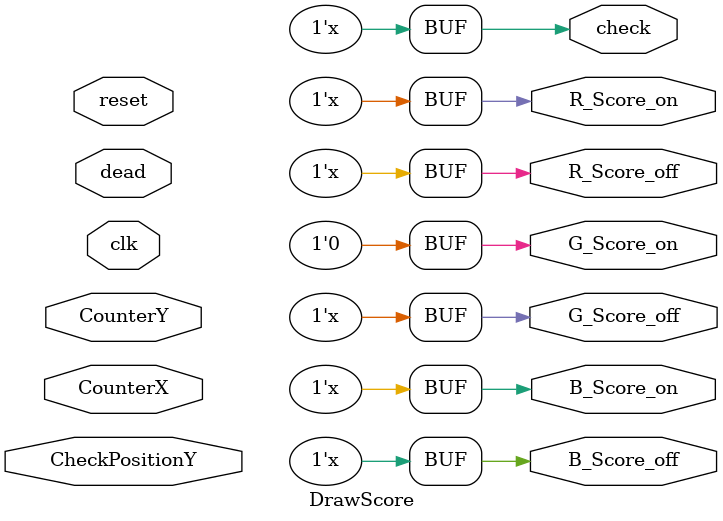
<source format=v>
`timescale 1ns / 1ps

module DrawScore(clk,CheckPositionY,CounterX,CounterY,R_Score_on,G_Score_on,B_Score_on,R_Score_off,G_Score_off,B_Score_off,check,reset,dead);

reg [15:0] ScorePositionX = 320;
reg [15:0] ScorePositionY = 50;
input [9:0] CounterX;
input [8:0] CounterY;
input CheckPositionY,reset,dead;
input [24:0]clk;
output reg R_Score_on,G_Score_on,B_Score_on,R_Score_off,G_Score_off,B_Score_off,check;

integer Ten = 0;
integer Unit = 0;
integer p_y=1;
reg ZeroBlack,ZeroWhite,OneBlack,OneWhite,TwoBlack,TwoWhite,ThreeBlack,ThreeWhite,FourBlack,FourWhite,FiveBlack,FiveWhite,SixBlack,SixWhite,SevenBlack,SevenWhite,EightBlack,EightWhite,NineBlack,NineWhite;
reg ScoreWhiteUnit,ScoreBlackUnit,ScoreWhiteTen,ScoreBlackTen;

always @ (posedge clk[17] )
begin
ScorePositionX <= 320;
ScorePositionY <= 20;
if (CheckPositionY == 1 && p_y)
			begin
			if (Unit == 9)
				begin
					Ten <= Ten + 1;
					Unit <= 0;
				end
			else if (Ten == 10)
				begin  Ten <= 0; Unit <= Unit + 1; end
			else
				begin		Unit <= Unit + 1;end
			end
else if (!reset)
	begin
		ScorePositionX <= 320;
		ScorePositionY <= 50;
		Ten <= 0;
		Unit <= 0;
		p_y = 1;
	end
else if(!dead)
	begin
		ScorePositionY <= 380;
		p_y = 0 ;
end

end

always @ (CounterX or CounterY)
begin

case (Unit)
0 : begin

ScoreBlackUnit <= (CounterX>=ScorePositionX+3+0*3) && (CounterX<=ScorePositionX+3+9*3) && (CounterY>=ScorePositionY+0*3) && (CounterY<=ScorePositionY+1*3)

||          (CounterX>=ScorePositionX+3+0*3) && (CounterX<=ScorePositionX+3+1*3) && (CounterY>=ScorePositionY+1*3) && (CounterY<=ScorePositionY+4*3)
||          (CounterX>=ScorePositionX+3+8*3) && (CounterX<=ScorePositionX+3+9*3) && (CounterY>=ScorePositionY+1*3) && (CounterY<=ScorePositionY+4*3)

||          (CounterX>=ScorePositionX+3+0*3) && (CounterX<=ScorePositionX+3+1*3) && (CounterY>=ScorePositionY+4*3) && (CounterY<=ScorePositionY+10*3)
||          (CounterX>=ScorePositionX+3+4*3) && (CounterX<=ScorePositionX+3+5*3) && (CounterY>=ScorePositionY+4*3) && (CounterY<=ScorePositionY+10*3)
||          (CounterX>=ScorePositionX+3+8*3) && (CounterX<=ScorePositionX+3+9*3) && (CounterY>=ScorePositionY+4*3) && (CounterY<=ScorePositionY+10*3)

||          (CounterX>=ScorePositionX+3+0*3) && (CounterX<=ScorePositionX+3+1*3) && (CounterY>=ScorePositionY+10*3) && (CounterY<=ScorePositionY+13*3)
||          (CounterX>=ScorePositionX+3+8*3) && (CounterX<=ScorePositionX+3+9*3) && (CounterY>=ScorePositionY+10*3) && (CounterY<=ScorePositionY+13*3)

||	    (CounterX>=ScorePositionX+3+0*3) && (CounterX<=ScorePositionX+3+9*3) && (CounterY>=ScorePositionY+13*3) && (CounterY<=ScorePositionY+14*3);

ScoreWhiteUnit <=  (CounterX>=ScorePositionX+3+1*3) && (CounterX<=ScorePositionX+3+8*3) && (CounterY>=ScorePositionY+1*3) && (CounterY<=ScorePositionY+4*3)

||	    (CounterX>=ScorePositionX+3+1*3) && (CounterX<=ScorePositionX+3+4*3) && (CounterY>=ScorePositionY+4*3) && (CounterY<=ScorePositionY+10*3)
||	    (CounterX>=ScorePositionX+3+5*3) && (CounterX<=ScorePositionX+3+8*3) && (CounterY>=ScorePositionY+4*3) && (CounterY<=ScorePositionY+10*3)

||	    (CounterX>=ScorePositionX+3+1*3) && (CounterX<=ScorePositionX+3+8*3) && (CounterY>=ScorePositionY+10*3) && (CounterY<=ScorePositionY+13*3);

end
1 : begin

ScoreBlackUnit <= (CounterX>=ScorePositionX+3+2*3) && (CounterX<=ScorePositionX+3+8*3) && (CounterY>=ScorePositionY+0*3) && (CounterY<=ScorePositionY+1*3)

||          (CounterX>=ScorePositionX+3+2*3) && (CounterX<=ScorePositionX+3+3*3) && (CounterY>=ScorePositionY+1*3) && (CounterY<=ScorePositionY+4*3)
||          (CounterX>=ScorePositionX+3+7*3) && (CounterX<=ScorePositionX+3+8*3) && (CounterY>=ScorePositionY+1*3) && (CounterY<=ScorePositionY+4*3)

||          (CounterX>=ScorePositionX+3+2*3) && (CounterX<=ScorePositionX+3+4*3) && (CounterY>=ScorePositionY+4*3) && (CounterY<=ScorePositionY+5*3)
||          (CounterX>=ScorePositionX+3+7*3) && (CounterX<=ScorePositionX+3+8*3) && (CounterY>=ScorePositionY+4*3) && (CounterY<=ScorePositionY+5*3)

||          (CounterX>=ScorePositionX+3+3*3) && (CounterX<=ScorePositionX+3+4*3) && (CounterY>=ScorePositionY+5*3) && (CounterY<=ScorePositionY+13*3)
||          (CounterX>=ScorePositionX+3+7*3) && (CounterX<=ScorePositionX+3+8*3) && (CounterY>=ScorePositionY+5*3) && (CounterY<=ScorePositionY+13*3)

||	    (CounterX>=ScorePositionX+3+3*3) && (CounterX<=ScorePositionX+3+8*3) && (CounterY>=ScorePositionY+13*3) && (CounterY<=ScorePositionY+14*3);

ScoreWhiteUnit <=  (CounterX>=ScorePositionX+3+3*3) && (CounterX<=ScorePositionX+3+7*3) && (CounterY>=ScorePositionY+1*3) && (CounterY<=ScorePositionY+4*3)

||	    (CounterX>=ScorePositionX+3+4*3) && (CounterX<=ScorePositionX+3+7*3) && (CounterY>=ScorePositionY+4*3) && (CounterY<=ScorePositionY+13*3);

end
2 : begin
ScoreBlackUnit <= (CounterX>=ScorePositionX+3+0*3) && (CounterX<=ScorePositionX+3+9*3) && (CounterY>=ScorePositionY+0*3) && (CounterY<=ScorePositionY+1*3)

||          (CounterX>=ScorePositionX+3+0*3) && (CounterX<=ScorePositionX+3+1*3) && (CounterY>=ScorePositionY+1*3) && (CounterY<=ScorePositionY+4*3)
||          (CounterX>=ScorePositionX+3+8*3) && (CounterX<=ScorePositionX+3+9*3) && (CounterY>=ScorePositionY+1*3) && (CounterY<=ScorePositionY+4*3)

||          (CounterX>=ScorePositionX+3+0*3) && (CounterX<=ScorePositionX+3+5*3) && (CounterY>=ScorePositionY+4*3) && (CounterY<=ScorePositionY+5*3)
||          (CounterX>=ScorePositionX+3+8*3) && (CounterX<=ScorePositionX+3+9*3) && (CounterY>=ScorePositionY+4*3) && (CounterY<=ScorePositionY+5*3)

||          (CounterX>=ScorePositionX+3+0*3) && (CounterX<=ScorePositionX+3+1*3) && (CounterY>=ScorePositionY+5*3) && (CounterY<=ScorePositionY+9*3)
||          (CounterX>=ScorePositionX+3+8*3) && (CounterX<=ScorePositionX+3+9*3) && (CounterY>=ScorePositionY+5*3) && (CounterY<=ScorePositionY+9*3)

||          (CounterX>=ScorePositionX+3+0*3) && (CounterX<=ScorePositionX+3+1*3) && (CounterY>=ScorePositionY+9*3) && (CounterY<=ScorePositionY+10*3)
||          (CounterX>=ScorePositionX+3+4*3) && (CounterX<=ScorePositionX+3+9*3) && (CounterY>=ScorePositionY+9*3) && (CounterY<=ScorePositionY+10*3)

||          (CounterX>=ScorePositionX+3+0*3) && (CounterX<=ScorePositionX+3+1*3) && (CounterY>=ScorePositionY+10*3) && (CounterY<=ScorePositionY+13*3)
||          (CounterX>=ScorePositionX+3+8*3) && (CounterX<=ScorePositionX+3+9*3) && (CounterY>=ScorePositionY+10*3) && (CounterY<=ScorePositionY+13*3)

||	    (CounterX>=ScorePositionX+3+0*3) && (CounterX<=ScorePositionX+3+9*3) && (CounterY>=ScorePositionY+13*3) && (CounterY<=ScorePositionY+14*3);


ScoreWhiteUnit <= (CounterX>=ScorePositionX+3+1*3) && (CounterX<=ScorePositionX+3+8*3) && (CounterY>=ScorePositionY+1*3) && (CounterY<=ScorePositionY+4*3)

||          (CounterX>=ScorePositionX+3+5*3) && (CounterX<=ScorePositionX+3+8*3) && (CounterY>=ScorePositionY+4*3) && (CounterY<=ScorePositionY+5*3)

||          (CounterX>=ScorePositionX+3+1*3) && (CounterX<=ScorePositionX+3+8*3) && (CounterY>=ScorePositionY+5*3) && (CounterY<=ScorePositionY+9*3)

||          (CounterX>=ScorePositionX+3+1*3) && (CounterX<=ScorePositionX+3+4*3) && (CounterY>=ScorePositionY+9*3) && (CounterY<=ScorePositionY+10*3)

||          (CounterX>=ScorePositionX+3+1*3) && (CounterX<=ScorePositionX+3+8*3) && (CounterY>=ScorePositionY+10*3) && (CounterY<=ScorePositionY+13*3);
end
3 : begin
ScoreBlackUnit <= (CounterX>=ScorePositionX+3+0*3) && (CounterX<=ScorePositionX+3+9*3) && (CounterY>=ScorePositionY+0*3) && (CounterY<=ScorePositionY+1*3)

||          (CounterX>=ScorePositionX+3+0*3) && (CounterX<=ScorePositionX+3+1*3) && (CounterY>=ScorePositionY+1*3) && (CounterY<=ScorePositionY+4*3)
||          (CounterX>=ScorePositionX+3+8*3) && (CounterX<=ScorePositionX+3+9*3) && (CounterY>=ScorePositionY+1*3) && (CounterY<=ScorePositionY+4*3)

||          (CounterX>=ScorePositionX+3+0*3) && (CounterX<=ScorePositionX+3+5*3) && (CounterY>=ScorePositionY+4*3) && (CounterY<=ScorePositionY+5*3)
||          (CounterX>=ScorePositionX+3+8*3) && (CounterX<=ScorePositionX+3+9*3) && (CounterY>=ScorePositionY+4*3) && (CounterY<=ScorePositionY+5*3)

||          (CounterX>=ScorePositionX+3+0*3) && (CounterX<=ScorePositionX+3+1*3) && (CounterY>=ScorePositionY+5*3) && (CounterY<=ScorePositionY+9*3)
||          (CounterX>=ScorePositionX+3+8*3) && (CounterX<=ScorePositionX+3+9*3) && (CounterY>=ScorePositionY+5*3) && (CounterY<=ScorePositionY+9*3)

||          (CounterX>=ScorePositionX+3+0*3) && (CounterX<=ScorePositionX+3+5*3) && (CounterY>=ScorePositionY+9*3) && (CounterY<=ScorePositionY+10*3)
||          (CounterX>=ScorePositionX+3+8*3) && (CounterX<=ScorePositionX+3+9*3) && (CounterY>=ScorePositionY+9*3) && (CounterY<=ScorePositionY+10*3)

||          (CounterX>=ScorePositionX+3+0*3) && (CounterX<=ScorePositionX+3+1*3) && (CounterY>=ScorePositionY+10*3) && (CounterY<=ScorePositionY+13*3)
||          (CounterX>=ScorePositionX+3+8*3) && (CounterX<=ScorePositionX+3+9*3) && (CounterY>=ScorePositionY+10*3) && (CounterY<=ScorePositionY+13*3)

||	    (CounterX>=ScorePositionX+3+0*3) && (CounterX<=ScorePositionX+3+9*3) && (CounterY>=ScorePositionY+13*3) && (CounterY<=ScorePositionY+14*3);


ScoreWhiteUnit <= (CounterX>=ScorePositionX+3+1*3) && (CounterX<=ScorePositionX+3+8*3) && (CounterY>=ScorePositionY+1*3) && (CounterY<=ScorePositionY+4*3)

||          (CounterX>=ScorePositionX+3+5*3) && (CounterX<=ScorePositionX+3+8*3) && (CounterY>=ScorePositionY+4*3) && (CounterY<=ScorePositionY+5*3)

||          (CounterX>=ScorePositionX+3+1*3) && (CounterX<=ScorePositionX+3+8*3) && (CounterY>=ScorePositionY+5*3) && (CounterY<=ScorePositionY+9*3)

||          (CounterX>=ScorePositionX+3+5*3) && (CounterX<=ScorePositionX+3+8*3) && (CounterY>=ScorePositionY+9*3) && (CounterY<=ScorePositionY+10*3)

||          (CounterX>=ScorePositionX+3+1*3) && (CounterX<=ScorePositionX+3+8*3) && (CounterY>=ScorePositionY+10*3) && (CounterY<=ScorePositionY+13*3);

////////////////////////////////////
end
4 : begin
ScoreBlackUnit <= (CounterX>=ScorePositionX+3+0*3) && (CounterX<=ScorePositionX+3+9*3) && (CounterY>=ScorePositionY+0*3) && (CounterY<=ScorePositionY+1*3)

||          (CounterX>=ScorePositionX+3+0*3) && (CounterX<=ScorePositionX+3+1*3) && (CounterY>=ScorePositionY+1*3) && (CounterY<=ScorePositionY+9*3)
||          (CounterX>=ScorePositionX+3+4*3) && (CounterX<=ScorePositionX+3+5*3) && (CounterY>=ScorePositionY+1*3) && (CounterY<=ScorePositionY+6*3)
||          (CounterX>=ScorePositionX+3+8*3) && (CounterX<=ScorePositionX+3+9*3) && (CounterY>=ScorePositionY+1*3) && (CounterY<=ScorePositionY+13*3)

||          (CounterX>=ScorePositionX+3+0*3) && (CounterX<=ScorePositionX+3+5*3) && (CounterY>=ScorePositionY+9*3) && (CounterY<=ScorePositionY+10*3)

||          (CounterX>=ScorePositionX+3+4*3) && (CounterX<=ScorePositionX+3+5*3) && (CounterY>=ScorePositionY+10*3) && (CounterY<=ScorePositionY+13*3)

||	    (CounterX>=ScorePositionX+3+4*3) && (CounterX<=ScorePositionX+3+9*3) && (CounterY>=ScorePositionY+13*3) && (CounterY<=ScorePositionY+14*3);


ScoreWhiteUnit <= (CounterX>=ScorePositionX+3+1*3) && (CounterX<=ScorePositionX+3+4*3) && (CounterY>=ScorePositionY+1*3) && (CounterY<=ScorePositionY+9*3)

||          (CounterX>=ScorePositionX+3+4*3) && (CounterX<=ScorePositionX+3+5*3) && (CounterY>=ScorePositionY+6*3) && (CounterY<=ScorePositionY+9*3)

||          (CounterX>=ScorePositionX+3+5*3) && (CounterX<=ScorePositionX+3+8*3) && (CounterY>=ScorePositionY+1*3) && (CounterY<=ScorePositionY+13*3);

////////////////////////////////////////
end
5 : begin
ScoreBlackUnit <= (CounterX>=ScorePositionX+3+0*3) && (CounterX<=ScorePositionX+3+9*3) && (CounterY>=ScorePositionY+0*3) && (CounterY<=ScorePositionY+1*3)
||          (CounterX>=ScorePositionX+3+0*3) && (CounterX<=ScorePositionX+3+1*3) && (CounterY>=ScorePositionY+1*3) && (CounterY<=ScorePositionY+13*3)
||          (CounterX>=ScorePositionX+3+8*3) && (CounterX<=ScorePositionX+3+9*3) && (CounterY>=ScorePositionY+1*3) && (CounterY<=ScorePositionY+13*3)
||          (CounterX>=ScorePositionX+3+4*3) && (CounterX<=ScorePositionX+3+8*3) && (CounterY>=ScorePositionY+4*3) && (CounterY<=ScorePositionY+5*3)
||          (CounterX>=ScorePositionX+3+1*3) && (CounterX<=ScorePositionX+3+5*3) && (CounterY>=ScorePositionY+9*3) && (CounterY<=ScorePositionY+10*3)
||	    (CounterX>=ScorePositionX+3+0*3) && (CounterX<=ScorePositionX+3+9*3) && (CounterY>=ScorePositionY+13*3) && (CounterY<=ScorePositionY+14*3);
ScoreWhiteUnit <= (CounterX>=ScorePositionX+3+1*3) && (CounterX<=ScorePositionX+3+8*3) && (CounterY>=ScorePositionY+1*3) && (CounterY<=ScorePositionY+4*3)
||          (CounterX>=ScorePositionX+3+1*3) && (CounterX<=ScorePositionX+3+4*3) && (CounterY>=ScorePositionY+4*3) && (CounterY<=ScorePositionY+5*3)
||          (CounterX>=ScorePositionX+3+1*3) && (CounterX<=ScorePositionX+3+8*3) && (CounterY>=ScorePositionY+5*3) && (CounterY<=ScorePositionY+9*3)
||          (CounterX>=ScorePositionX+3+5*3) && (CounterX<=ScorePositionX+3+8*3) && (CounterY>=ScorePositionY+9*3) && (CounterY<=ScorePositionY+10*3)
||          (CounterX>=ScorePositionX+3+1*3) && (CounterX<=ScorePositionX+3+8*3) && (CounterY>=ScorePositionY+10*3) && (CounterY<=ScorePositionY+13*3);
end
6 : begin
ScoreBlackUnit <= (CounterX>=ScorePositionX+3+0*3) && (CounterX<=ScorePositionX+3+9*3) && (CounterY>=ScorePositionY+0*3) && (CounterY<=ScorePositionY+1*3)
||          (CounterX>=ScorePositionX+3+0*3) && (CounterX<=ScorePositionX+3+1*3) && (CounterY>=ScorePositionY+1*3) && (CounterY<=ScorePositionY+13*3)
||          (CounterX>=ScorePositionX+3+8*3) && (CounterX<=ScorePositionX+3+9*3) && (CounterY>=ScorePositionY+1*3) && (CounterY<=ScorePositionY+13*3)
||          (CounterX>=ScorePositionX+3+4*3) && (CounterX<=ScorePositionX+3+8*3) && (CounterY>=ScorePositionY+4*3) && (CounterY<=ScorePositionY+5*3)
||          (CounterX>=ScorePositionX+3+4*3) && (CounterX<=ScorePositionX+3+5*3) && (CounterY>=ScorePositionY+9*3) && (CounterY<=ScorePositionY+10*3)
||	    (CounterX>=ScorePositionX+3+0*3) && (CounterX<=ScorePositionX+3+9*3) && (CounterY>=ScorePositionY+13*3) && (CounterY<=ScorePositionY+14*3);
ScoreWhiteUnit <= (CounterX>=ScorePositionX+3+1*3) && (CounterX<=ScorePositionX+3+8*3) && (CounterY>=ScorePositionY+1*3) && (CounterY<=ScorePositionY+4*3)
||          (CounterX>=ScorePositionX+3+1*3) && (CounterX<=ScorePositionX+3+4*3) && (CounterY>=ScorePositionY+4*3) && (CounterY<=ScorePositionY+5*3)
||          (CounterX>=ScorePositionX+3+1*3) && (CounterX<=ScorePositionX+3+8*3) && (CounterY>=ScorePositionY+5*3) && (CounterY<=ScorePositionY+9*3)
||          (CounterX>=ScorePositionX+3+1*3) && (CounterX<=ScorePositionX+3+4*3) && (CounterY>=ScorePositionY+9*3) && (CounterY<=ScorePositionY+10*3)
||          (CounterX>=ScorePositionX+3+5*3) && (CounterX<=ScorePositionX+3+8*3) && (CounterY>=ScorePositionY+9*3) && (CounterY<=ScorePositionY+10*3)
||          (CounterX>=ScorePositionX+3+1*3) && (CounterX<=ScorePositionX+3+8*3) && (CounterY>=ScorePositionY+10*3) && (CounterY<=ScorePositionY+13*3);
end
7 : begin
ScoreBlackUnit <= (CounterX>=ScorePositionX+3+0*3) && (CounterX<=ScorePositionX+3+9*3) && (CounterY>=ScorePositionY+0*3) && (CounterY<=ScorePositionY+1*3)
||          (CounterX>=ScorePositionX+3+0*3) && (CounterX<=ScorePositionX+3+1*3) && (CounterY>=ScorePositionY+1*3) && (CounterY<=ScorePositionY+4*3)
||          (CounterX>=ScorePositionX+3+0*3) && (CounterX<=ScorePositionX+3+5*3) && (CounterY>=ScorePositionY+4*3) && (CounterY<=ScorePositionY+5*3)
||          (CounterX>=ScorePositionX+3+4*3) && (CounterX<=ScorePositionX+3+5*3) && (CounterY>=ScorePositionY+5*3) && (CounterY<=ScorePositionY+13*3)
||          (CounterX>=ScorePositionX+3+8*3) && (CounterX<=ScorePositionX+3+9*3) && (CounterY>=ScorePositionY+1*3) && (CounterY<=ScorePositionY+13*3)
||	    (CounterX>=ScorePositionX+3+4*3) && (CounterX<=ScorePositionX+3+9*3) && (CounterY>=ScorePositionY+13*3) && (CounterY<=ScorePositionY+14*3);
ScoreWhiteUnit <= (CounterX>=ScorePositionX+3+1*3) && (CounterX<=ScorePositionX+3+8*3) && (CounterY>=ScorePositionY+1*3) && (CounterY<=ScorePositionY+4*3)
||          (CounterX>=ScorePositionX+3+5*3) && (CounterX<=ScorePositionX+3+8*3) && (CounterY>=ScorePositionY+4*3) && (CounterY<=ScorePositionY+13*3);
end
8 : begin
ScoreBlackUnit <= (CounterX>=ScorePositionX+3+0*3) && (CounterX<=ScorePositionX+3+9*3) && (CounterY>=ScorePositionY+0*3) && (CounterY<=ScorePositionY+1*3)
||          (CounterX>=ScorePositionX+3+0*3) && (CounterX<=ScorePositionX+3+1*3) && (CounterY>=ScorePositionY+1*3) && (CounterY<=ScorePositionY+13*3)
||          (CounterX>=ScorePositionX+3+8*3) && (CounterX<=ScorePositionX+3+9*3) && (CounterY>=ScorePositionY+1*3) && (CounterY<=ScorePositionY+13*3)
||          (CounterX>=ScorePositionX+3+4*3) && (CounterX<=ScorePositionX+3+5*3) && (CounterY>=ScorePositionY+4*3) && (CounterY<=ScorePositionY+5*3)
||          (CounterX>=ScorePositionX+3+4*3) && (CounterX<=ScorePositionX+3+5*3) && (CounterY>=ScorePositionY+9*3) && (CounterY<=ScorePositionY+10*3)
||	    (CounterX>=ScorePositionX+3+0*3) && (CounterX<=ScorePositionX+3+9*3) && (CounterY>=ScorePositionY+13*3) && (CounterY<=ScorePositionY+14*3);
ScoreWhiteUnit <= (CounterX>=ScorePositionX+3+1*3) && (CounterX<=ScorePositionX+3+4*3) && (CounterY>=ScorePositionY+1*3) && (CounterY<=ScorePositionY+13*3)
||          (CounterX>=ScorePositionX+3+5*3) && (CounterX<=ScorePositionX+3+8*3) && (CounterY>=ScorePositionY+1*3) && (CounterY<=ScorePositionY+13*3)
||          (CounterX>=ScorePositionX+3+4*3) && (CounterX<=ScorePositionX+3+5*3) && (CounterY>=ScorePositionY+1*3) && (CounterY<=ScorePositionY+4*3)
||          (CounterX>=ScorePositionX+3+4*3) && (CounterX<=ScorePositionX+3+5*3) && (CounterY>=ScorePositionY+5*3) && (CounterY<=ScorePositionY+9*3)
||          (CounterX>=ScorePositionX+3+4*3) && (CounterX<=ScorePositionX+3+5*3) && (CounterY>=ScorePositionY+10*3) && (CounterY<=ScorePositionY+13*3);
end
9 : begin
ScoreBlackUnit <= (CounterX>=ScorePositionX+3+0*3) && (CounterX<=ScorePositionX+3+9*3) && (CounterY>=ScorePositionY+0*3) && (CounterY<=ScorePositionY+1*3)
||          (CounterX>=ScorePositionX+3+0*3) && (CounterX<=ScorePositionX+3+1*3) && (CounterY>=ScorePositionY+1*3) && (CounterY<=ScorePositionY+13*3)
||          (CounterX>=ScorePositionX+3+8*3) && (CounterX<=ScorePositionX+3+9*3) && (CounterY>=ScorePositionY+1*3) && (CounterY<=ScorePositionY+13*3)
||          (CounterX>=ScorePositionX+3+4*3) && (CounterX<=ScorePositionX+3+5*3) && (CounterY>=ScorePositionY+4*3) && (CounterY<=ScorePositionY+5*3)
||          (CounterX>=ScorePositionX+3+1*3) && (CounterX<=ScorePositionX+3+5*3) && (CounterY>=ScorePositionY+9*3) && (CounterY<=ScorePositionY+10*3)
||	    (CounterX>=ScorePositionX+3+0*3) && (CounterX<=ScorePositionX+3+9*3) && (CounterY>=ScorePositionY+13*3) && (CounterY<=ScorePositionY+14*3);
ScoreWhiteUnit <= (CounterX>=ScorePositionX+3+1*3) && (CounterX<=ScorePositionX+3+4*3) && (CounterY>=ScorePositionY+1*3) && (CounterY<=ScorePositionY+9*3)
||          (CounterX>=ScorePositionX+3+5*3) && (CounterX<=ScorePositionX+3+8*3) && (CounterY>=ScorePositionY+1*3) && (CounterY<=ScorePositionY+13*3)
||          (CounterX>=ScorePositionX+3+1*3) && (CounterX<=ScorePositionX+3+5*3) && (CounterY>=ScorePositionY+10*3) && (CounterY<=ScorePositionY+13*3)
||          (CounterX>=ScorePositionX+3+4*3) && (CounterX<=ScorePositionX+3+5*3) && (CounterY>=ScorePositionY+1*3) && (CounterY<=ScorePositionY+4*3)
||          (CounterX>=ScorePositionX+3+4*3) && (CounterX<=ScorePositionX+3+5*3) && (CounterY>=ScorePositionY+5*3) && (CounterY<=ScorePositionY+9*3);

end
endcase

/////////////////////////////////////////////////////////////////////////////////////////////////////////////////////////////////////////////////////////////////////////////////////
if (Ten > 0)
case (Ten)
0 : begin

ScoreBlackTen <= (CounterX>=ScorePositionX-30+0*3) && (CounterX<=ScorePositionX-30+9*3) && (CounterY>=ScorePositionY+0*3) && (CounterY<=ScorePositionY+1*3)

||          (CounterX>=ScorePositionX-30+0*3) && (CounterX<=ScorePositionX-30+1*3) && (CounterY>=ScorePositionY+1*3) && (CounterY<=ScorePositionY+4*3)
||          (CounterX>=ScorePositionX-30+8*3) && (CounterX<=ScorePositionX-30+9*3) && (CounterY>=ScorePositionY+1*3) && (CounterY<=ScorePositionY+4*3)

||          (CounterX>=ScorePositionX-30+0*3) && (CounterX<=ScorePositionX-30+1*3) && (CounterY>=ScorePositionY+4*3) && (CounterY<=ScorePositionY+10*3)
||          (CounterX>=ScorePositionX-30+4*3) && (CounterX<=ScorePositionX-30+5*3) && (CounterY>=ScorePositionY+4*3) && (CounterY<=ScorePositionY+10*3)
||          (CounterX>=ScorePositionX-30+8*3) && (CounterX<=ScorePositionX-30+9*3) && (CounterY>=ScorePositionY+4*3) && (CounterY<=ScorePositionY+10*3)

||          (CounterX>=ScorePositionX-30+0*3) && (CounterX<=ScorePositionX-30+1*3) && (CounterY>=ScorePositionY+10*3) && (CounterY<=ScorePositionY+13*3)
||          (CounterX>=ScorePositionX-30+8*3) && (CounterX<=ScorePositionX-30+9*3) && (CounterY>=ScorePositionY+10*3) && (CounterY<=ScorePositionY+13*3)

||	    (CounterX>=ScorePositionX-30+0*3) && (CounterX<=ScorePositionX-30+9*3) && (CounterY>=ScorePositionY+13*3) && (CounterY<=ScorePositionY+14*3);

ScoreWhiteTen <=  (CounterX>=ScorePositionX-30+1*3) && (CounterX<=ScorePositionX-30+8*3) && (CounterY>=ScorePositionY+1*3) && (CounterY<=ScorePositionY+4*3)

||	    (CounterX>=ScorePositionX-30+1*3) && (CounterX<=ScorePositionX-30+4*3) && (CounterY>=ScorePositionY+4*3) && (CounterY<=ScorePositionY+10*3)
||	    (CounterX>=ScorePositionX-30+5*3) && (CounterX<=ScorePositionX-30+8*3) && (CounterY>=ScorePositionY+4*3) && (CounterY<=ScorePositionY+10*3)

||	    (CounterX>=ScorePositionX-30+1*3) && (CounterX<=ScorePositionX-30+8*3) && (CounterY>=ScorePositionY+10*3) && (CounterY<=ScorePositionY+13*3);

end
1 : begin

ScoreBlackTen <= (CounterX>=ScorePositionX-30+2*3) && (CounterX<=ScorePositionX-30+8*3) && (CounterY>=ScorePositionY+0*3) && (CounterY<=ScorePositionY+1*3)

||          (CounterX>=ScorePositionX-30+2*3) && (CounterX<=ScorePositionX-30+3*3) && (CounterY>=ScorePositionY+1*3) && (CounterY<=ScorePositionY+4*3)
||          (CounterX>=ScorePositionX-30+7*3) && (CounterX<=ScorePositionX-30+8*3) && (CounterY>=ScorePositionY+1*3) && (CounterY<=ScorePositionY+4*3)

||          (CounterX>=ScorePositionX-30+2*3) && (CounterX<=ScorePositionX-30+4*3) && (CounterY>=ScorePositionY+4*3) && (CounterY<=ScorePositionY+5*3)
||          (CounterX>=ScorePositionX-30+7*3) && (CounterX<=ScorePositionX-30+8*3) && (CounterY>=ScorePositionY+4*3) && (CounterY<=ScorePositionY+5*3)

||          (CounterX>=ScorePositionX-30+3*3) && (CounterX<=ScorePositionX-30+4*3) && (CounterY>=ScorePositionY+5*3) && (CounterY<=ScorePositionY+13*3)
||          (CounterX>=ScorePositionX-30+7*3) && (CounterX<=ScorePositionX-30+8*3) && (CounterY>=ScorePositionY+5*3) && (CounterY<=ScorePositionY+13*3)

||	    (CounterX>=ScorePositionX-30+3*3) && (CounterX<=ScorePositionX-30+8*3) && (CounterY>=ScorePositionY+13*3) && (CounterY<=ScorePositionY+14*3);

ScoreWhiteTen <=  (CounterX>=ScorePositionX-30+3*3) && (CounterX<=ScorePositionX-30+7*3) && (CounterY>=ScorePositionY+1*3) && (CounterY<=ScorePositionY+4*3)

||	    (CounterX>=ScorePositionX-30+4*3) && (CounterX<=ScorePositionX-30+7*3) && (CounterY>=ScorePositionY+4*3) && (CounterY<=ScorePositionY+13*3);

end
2 : begin
ScoreBlackTen <= (CounterX>=ScorePositionX-30+0*3) && (CounterX<=ScorePositionX-30+9*3) && (CounterY>=ScorePositionY+0*3) && (CounterY<=ScorePositionY+1*3)

||          (CounterX>=ScorePositionX-30+0*3) && (CounterX<=ScorePositionX-30+1*3) && (CounterY>=ScorePositionY+1*3) && (CounterY<=ScorePositionY+4*3)
||          (CounterX>=ScorePositionX-30+8*3) && (CounterX<=ScorePositionX-30+9*3) && (CounterY>=ScorePositionY+1*3) && (CounterY<=ScorePositionY+4*3)

||          (CounterX>=ScorePositionX-30+0*3) && (CounterX<=ScorePositionX-30+5*3) && (CounterY>=ScorePositionY+4*3) && (CounterY<=ScorePositionY+5*3)
||          (CounterX>=ScorePositionX-30+8*3) && (CounterX<=ScorePositionX-30+9*3) && (CounterY>=ScorePositionY+4*3) && (CounterY<=ScorePositionY+5*3)

||          (CounterX>=ScorePositionX-30+0*3) && (CounterX<=ScorePositionX-30+1*3) && (CounterY>=ScorePositionY+5*3) && (CounterY<=ScorePositionY+9*3)
||          (CounterX>=ScorePositionX-30+8*3) && (CounterX<=ScorePositionX-30+9*3) && (CounterY>=ScorePositionY+5*3) && (CounterY<=ScorePositionY+9*3)

||          (CounterX>=ScorePositionX-30+0*3) && (CounterX<=ScorePositionX-30+1*3) && (CounterY>=ScorePositionY+9*3) && (CounterY<=ScorePositionY+10*3)
||          (CounterX>=ScorePositionX-30+4*3) && (CounterX<=ScorePositionX-30+9*3) && (CounterY>=ScorePositionY+9*3) && (CounterY<=ScorePositionY+10*3)

||          (CounterX>=ScorePositionX-30+0*3) && (CounterX<=ScorePositionX-30+1*3) && (CounterY>=ScorePositionY+10*3) && (CounterY<=ScorePositionY+13*3)
||          (CounterX>=ScorePositionX-30+8*3) && (CounterX<=ScorePositionX-30+9*3) && (CounterY>=ScorePositionY+10*3) && (CounterY<=ScorePositionY+13*3)

||	    (CounterX>=ScorePositionX-30+0*3) && (CounterX<=ScorePositionX-30+9*3) && (CounterY>=ScorePositionY+13*3) && (CounterY<=ScorePositionY+14*3);


ScoreWhiteTen <= (CounterX>=ScorePositionX-30+1*3) && (CounterX<=ScorePositionX-30+8*3) && (CounterY>=ScorePositionY+1*3) && (CounterY<=ScorePositionY+4*3)

||          (CounterX>=ScorePositionX-30+5*3) && (CounterX<=ScorePositionX-30+8*3) && (CounterY>=ScorePositionY+4*3) && (CounterY<=ScorePositionY+5*3)

||          (CounterX>=ScorePositionX-30+1*3) && (CounterX<=ScorePositionX-30+8*3) && (CounterY>=ScorePositionY+5*3) && (CounterY<=ScorePositionY+9*3)

||          (CounterX>=ScorePositionX-30+1*3) && (CounterX<=ScorePositionX-30+4*3) && (CounterY>=ScorePositionY+9*3) && (CounterY<=ScorePositionY+10*3)

||          (CounterX>=ScorePositionX-30+1*3) && (CounterX<=ScorePositionX-30+8*3) && (CounterY>=ScorePositionY+10*3) && (CounterY<=ScorePositionY+13*3);
end
3 : begin
ScoreBlackTen <= (CounterX>=ScorePositionX-30+0*3) && (CounterX<=ScorePositionX-30+9*3) && (CounterY>=ScorePositionY+0*3) && (CounterY<=ScorePositionY+1*3)

||          (CounterX>=ScorePositionX-30+0*3) && (CounterX<=ScorePositionX-30+1*3) && (CounterY>=ScorePositionY+1*3) && (CounterY<=ScorePositionY+4*3)
||          (CounterX>=ScorePositionX-30+8*3) && (CounterX<=ScorePositionX-30+9*3) && (CounterY>=ScorePositionY+1*3) && (CounterY<=ScorePositionY+4*3)

||          (CounterX>=ScorePositionX-30+0*3) && (CounterX<=ScorePositionX-30+5*3) && (CounterY>=ScorePositionY+4*3) && (CounterY<=ScorePositionY+5*3)
||          (CounterX>=ScorePositionX-30+8*3) && (CounterX<=ScorePositionX-30+9*3) && (CounterY>=ScorePositionY+4*3) && (CounterY<=ScorePositionY+5*3)

||          (CounterX>=ScorePositionX-30+0*3) && (CounterX<=ScorePositionX-30+1*3) && (CounterY>=ScorePositionY+5*3) && (CounterY<=ScorePositionY+9*3)
||          (CounterX>=ScorePositionX-30+8*3) && (CounterX<=ScorePositionX-30+9*3) && (CounterY>=ScorePositionY+5*3) && (CounterY<=ScorePositionY+9*3)

||          (CounterX>=ScorePositionX-30+0*3) && (CounterX<=ScorePositionX-30+5*3) && (CounterY>=ScorePositionY+9*3) && (CounterY<=ScorePositionY+10*3)
||          (CounterX>=ScorePositionX-30+8*3) && (CounterX<=ScorePositionX-30+9*3) && (CounterY>=ScorePositionY+9*3) && (CounterY<=ScorePositionY+10*3)

||          (CounterX>=ScorePositionX-30+0*3) && (CounterX<=ScorePositionX-30+1*3) && (CounterY>=ScorePositionY+10*3) && (CounterY<=ScorePositionY+13*3)
||          (CounterX>=ScorePositionX-30+8*3) && (CounterX<=ScorePositionX-30+9*3) && (CounterY>=ScorePositionY+10*3) && (CounterY<=ScorePositionY+13*3)

||	    (CounterX>=ScorePositionX-30+0*3) && (CounterX<=ScorePositionX-30+9*3) && (CounterY>=ScorePositionY+13*3) && (CounterY<=ScorePositionY+14*3);


ScoreWhiteTen <= (CounterX>=ScorePositionX-30+1*3) && (CounterX<=ScorePositionX-30+8*3) && (CounterY>=ScorePositionY+1*3) && (CounterY<=ScorePositionY+4*3)

||          (CounterX>=ScorePositionX-30+5*3) && (CounterX<=ScorePositionX-30+8*3) && (CounterY>=ScorePositionY+4*3) && (CounterY<=ScorePositionY+5*3)

||          (CounterX>=ScorePositionX-30+1*3) && (CounterX<=ScorePositionX-30+8*3) && (CounterY>=ScorePositionY+5*3) && (CounterY<=ScorePositionY+9*3)

||          (CounterX>=ScorePositionX-30+5*3) && (CounterX<=ScorePositionX-30+8*3) && (CounterY>=ScorePositionY+9*3) && (CounterY<=ScorePositionY+10*3)

||          (CounterX>=ScorePositionX-30+1*3) && (CounterX<=ScorePositionX-30+8*3) && (CounterY>=ScorePositionY+10*3) && (CounterY<=ScorePositionY+13*3);

////////////////////////////////////
end
4 : begin
ScoreBlackTen <= (CounterX>=ScorePositionX-30+0*3) && (CounterX<=ScorePositionX-30+9*3) && (CounterY>=ScorePositionY+0*3) && (CounterY<=ScorePositionY+1*3)

||          (CounterX>=ScorePositionX-30+0*3) && (CounterX<=ScorePositionX-30+1*3) && (CounterY>=ScorePositionY+1*3) && (CounterY<=ScorePositionY+9*3)
||          (CounterX>=ScorePositionX-30+4*3) && (CounterX<=ScorePositionX-30+5*3) && (CounterY>=ScorePositionY+1*3) && (CounterY<=ScorePositionY+6*3)
||          (CounterX>=ScorePositionX-30+8*3) && (CounterX<=ScorePositionX-30+9*3) && (CounterY>=ScorePositionY+1*3) && (CounterY<=ScorePositionY+13*3)

||          (CounterX>=ScorePositionX-30+0*3) && (CounterX<=ScorePositionX-30+5*3) && (CounterY>=ScorePositionY+9*3) && (CounterY<=ScorePositionY+10*3)

||          (CounterX>=ScorePositionX-30+4*3) && (CounterX<=ScorePositionX-30+5*3) && (CounterY>=ScorePositionY+10*3) && (CounterY<=ScorePositionY+13*3)

||	    (CounterX>=ScorePositionX-30+4*3) && (CounterX<=ScorePositionX-30+9*3) && (CounterY>=ScorePositionY+13*3) && (CounterY<=ScorePositionY+14*3);


ScoreWhiteTen <= (CounterX>=ScorePositionX-30+1*3) && (CounterX<=ScorePositionX-30+4*3) && (CounterY>=ScorePositionY+1*3) && (CounterY<=ScorePositionY+9*3)

||          (CounterX>=ScorePositionX-30+4*3) && (CounterX<=ScorePositionX-30+5*3) && (CounterY>=ScorePositionY+6*3) && (CounterY<=ScorePositionY+9*3)

||          (CounterX>=ScorePositionX-30+5*3) && (CounterX<=ScorePositionX-30+8*3) && (CounterY>=ScorePositionY+1*3) && (CounterY<=ScorePositionY+13*3);

////////////////////////////////////////
end
5 : begin
ScoreBlackTen <= (CounterX>=ScorePositionX-30+0*3) && (CounterX<=ScorePositionX-30+9*3) && (CounterY>=ScorePositionY+0*3) && (CounterY<=ScorePositionY+1*3)
||          (CounterX>=ScorePositionX-30+0*3) && (CounterX<=ScorePositionX-30+1*3) && (CounterY>=ScorePositionY+1*3) && (CounterY<=ScorePositionY+13*3)
||          (CounterX>=ScorePositionX-30+8*3) && (CounterX<=ScorePositionX-30+9*3) && (CounterY>=ScorePositionY+1*3) && (CounterY<=ScorePositionY+13*3)
||          (CounterX>=ScorePositionX-30+4*3) && (CounterX<=ScorePositionX-30+8*3) && (CounterY>=ScorePositionY+4*3) && (CounterY<=ScorePositionY+5*3)
||          (CounterX>=ScorePositionX-30+1*3) && (CounterX<=ScorePositionX-30+5*3) && (CounterY>=ScorePositionY+9*3) && (CounterY<=ScorePositionY+10*3)
||	    (CounterX>=ScorePositionX-30+0*3) && (CounterX<=ScorePositionX-30+9*3) && (CounterY>=ScorePositionY+13*3) && (CounterY<=ScorePositionY+14*3);
ScoreWhiteTen <= (CounterX>=ScorePositionX-30+1*3) && (CounterX<=ScorePositionX-30+8*3) && (CounterY>=ScorePositionY+1*3) && (CounterY<=ScorePositionY+4*3)
||          (CounterX>=ScorePositionX-30+1*3) && (CounterX<=ScorePositionX-30+4*3) && (CounterY>=ScorePositionY+4*3) && (CounterY<=ScorePositionY+5*3)
||          (CounterX>=ScorePositionX-30+1*3) && (CounterX<=ScorePositionX-30+8*3) && (CounterY>=ScorePositionY+5*3) && (CounterY<=ScorePositionY+9*3)
||          (CounterX>=ScorePositionX-30+5*3) && (CounterX<=ScorePositionX-30+8*3) && (CounterY>=ScorePositionY+9*3) && (CounterY<=ScorePositionY+10*3)
||          (CounterX>=ScorePositionX-30+1*3) && (CounterX<=ScorePositionX-30+8*3) && (CounterY>=ScorePositionY+10*3) && (CounterY<=ScorePositionY+13*3);
end
6 : begin
ScoreBlackTen <= (CounterX>=ScorePositionX-30+0*3) && (CounterX<=ScorePositionX-30+9*3) && (CounterY>=ScorePositionY+0*3) && (CounterY<=ScorePositionY+1*3)
||          (CounterX>=ScorePositionX-30+0*3) && (CounterX<=ScorePositionX-30+1*3) && (CounterY>=ScorePositionY+1*3) && (CounterY<=ScorePositionY+13*3)
||          (CounterX>=ScorePositionX-30+8*3) && (CounterX<=ScorePositionX-30+9*3) && (CounterY>=ScorePositionY+1*3) && (CounterY<=ScorePositionY+13*3)
||          (CounterX>=ScorePositionX-30+4*3) && (CounterX<=ScorePositionX-30+8*3) && (CounterY>=ScorePositionY+4*3) && (CounterY<=ScorePositionY+5*3)
||          (CounterX>=ScorePositionX-30+4*3) && (CounterX<=ScorePositionX-30+5*3) && (CounterY>=ScorePositionY+9*3) && (CounterY<=ScorePositionY+10*3)
||	    (CounterX>=ScorePositionX-30+0*3) && (CounterX<=ScorePositionX-30+9*3) && (CounterY>=ScorePositionY+13*3) && (CounterY<=ScorePositionY+14*3);
ScoreWhiteTen <= (CounterX>=ScorePositionX-30+1*3) && (CounterX<=ScorePositionX-30+8*3) && (CounterY>=ScorePositionY+1*3) && (CounterY<=ScorePositionY+4*3)
||          (CounterX>=ScorePositionX-30+1*3) && (CounterX<=ScorePositionX-30+4*3) && (CounterY>=ScorePositionY+4*3) && (CounterY<=ScorePositionY+5*3)
||          (CounterX>=ScorePositionX-30+1*3) && (CounterX<=ScorePositionX-30+8*3) && (CounterY>=ScorePositionY+5*3) && (CounterY<=ScorePositionY+9*3)
||          (CounterX>=ScorePositionX-30+1*3) && (CounterX<=ScorePositionX-30+4*3) && (CounterY>=ScorePositionY+9*3) && (CounterY<=ScorePositionY+10*3)
||          (CounterX>=ScorePositionX-30+5*3) && (CounterX<=ScorePositionX-30+8*3) && (CounterY>=ScorePositionY+9*3) && (CounterY<=ScorePositionY+10*3)
||          (CounterX>=ScorePositionX-30+1*3) && (CounterX<=ScorePositionX-30+8*3) && (CounterY>=ScorePositionY+10*3) && (CounterY<=ScorePositionY+13*3);
end
7 : begin
ScoreBlackTen <= (CounterX>=ScorePositionX-30+0*3) && (CounterX<=ScorePositionX-30+9*3) && (CounterY>=ScorePositionY+0*3) && (CounterY<=ScorePositionY+1*3)
||          (CounterX>=ScorePositionX-30+0*3) && (CounterX<=ScorePositionX-30+1*3) && (CounterY>=ScorePositionY+1*3) && (CounterY<=ScorePositionY+4*3)
||          (CounterX>=ScorePositionX-30+0*3) && (CounterX<=ScorePositionX-30+5*3) && (CounterY>=ScorePositionY+4*3) && (CounterY<=ScorePositionY+5*3)
||          (CounterX>=ScorePositionX-30+4*3) && (CounterX<=ScorePositionX-30+5*3) && (CounterY>=ScorePositionY+5*3) && (CounterY<=ScorePositionY+13*3)
||          (CounterX>=ScorePositionX-30+8*3) && (CounterX<=ScorePositionX-30+9*3) && (CounterY>=ScorePositionY+1*3) && (CounterY<=ScorePositionY+13*3)
||	    (CounterX>=ScorePositionX-30+4*3) && (CounterX<=ScorePositionX-30+9*3) && (CounterY>=ScorePositionY+13*3) && (CounterY<=ScorePositionY+14*3);
ScoreWhiteTen <= (CounterX>=ScorePositionX-30+1*3) && (CounterX<=ScorePositionX-30+8*3) && (CounterY>=ScorePositionY+1*3) && (CounterY<=ScorePositionY+4*3)
||          (CounterX>=ScorePositionX-30+5*3) && (CounterX<=ScorePositionX-30+8*3) && (CounterY>=ScorePositionY+4*3) && (CounterY<=ScorePositionY+13*3);
end
8 : begin
ScoreBlackTen <= (CounterX>=ScorePositionX-30+0*3) && (CounterX<=ScorePositionX-30+9*3) && (CounterY>=ScorePositionY+0*3) && (CounterY<=ScorePositionY+1*3)
||          (CounterX>=ScorePositionX-30+0*3) && (CounterX<=ScorePositionX-30+1*3) && (CounterY>=ScorePositionY+1*3) && (CounterY<=ScorePositionY+13*3)
||          (CounterX>=ScorePositionX-30+8*3) && (CounterX<=ScorePositionX-30+9*3) && (CounterY>=ScorePositionY+1*3) && (CounterY<=ScorePositionY+13*3)
||          (CounterX>=ScorePositionX-30+4*3) && (CounterX<=ScorePositionX-30+5*3) && (CounterY>=ScorePositionY+4*3) && (CounterY<=ScorePositionY+5*3)
||          (CounterX>=ScorePositionX-30+4*3) && (CounterX<=ScorePositionX-30+5*3) && (CounterY>=ScorePositionY+9*3) && (CounterY<=ScorePositionY+10*3)
||	    (CounterX>=ScorePositionX-30+0*3) && (CounterX<=ScorePositionX-30+9*3) && (CounterY>=ScorePositionY+13*3) && (CounterY<=ScorePositionY+14*3);
ScoreWhiteTen <= (CounterX>=ScorePositionX-30+1*3) && (CounterX<=ScorePositionX-30+4*3) && (CounterY>=ScorePositionY+1*3) && (CounterY<=ScorePositionY+13*3)
||          (CounterX>=ScorePositionX-30+5*3) && (CounterX<=ScorePositionX-30+8*3) && (CounterY>=ScorePositionY+1*3) && (CounterY<=ScorePositionY+13*3)
||          (CounterX>=ScorePositionX-30+4*3) && (CounterX<=ScorePositionX-30+5*3) && (CounterY>=ScorePositionY+1*3) && (CounterY<=ScorePositionY+4*3)
||          (CounterX>=ScorePositionX-30+4*3) && (CounterX<=ScorePositionX-30+5*3) && (CounterY>=ScorePositionY+5*3) && (CounterY<=ScorePositionY+9*3)
||          (CounterX>=ScorePositionX-30+4*3) && (CounterX<=ScorePositionX-30+5*3) && (CounterY>=ScorePositionY+10*3) && (CounterY<=ScorePositionY+13*3);
end
9 : begin
ScoreBlackTen <= (CounterX>=ScorePositionX-30+0*3) && (CounterX<=ScorePositionX-30+9*3) && (CounterY>=ScorePositionY+0*3) && (CounterY<=ScorePositionY+1*3)
||          (CounterX>=ScorePositionX-30+0*3) && (CounterX<=ScorePositionX-30+1*3) && (CounterY>=ScorePositionY+1*3) && (CounterY<=ScorePositionY+13*3)
||          (CounterX>=ScorePositionX-30+8*3) && (CounterX<=ScorePositionX-30+9*3) && (CounterY>=ScorePositionY+1*3) && (CounterY<=ScorePositionY+13*3)
||          (CounterX>=ScorePositionX-30+4*3) && (CounterX<=ScorePositionX-30+5*3) && (CounterY>=ScorePositionY+4*3) && (CounterY<=ScorePositionY+5*3)
||          (CounterX>=ScorePositionX-30+1*3) && (CounterX<=ScorePositionX-30+5*3) && (CounterY>=ScorePositionY+9*3) && (CounterY<=ScorePositionY+10*3)
||	    (CounterX>=ScorePositionX-30+0*3) && (CounterX<=ScorePositionX-30+9*3) && (CounterY>=ScorePositionY+13*3) && (CounterY<=ScorePositionY+14*3);
ScoreWhiteTen <= (CounterX>=ScorePositionX-30+1*3) && (CounterX<=ScorePositionX-30+4*3) && (CounterY>=ScorePositionY+1*3) && (CounterY<=ScorePositionY+9*3)
||          (CounterX>=ScorePositionX-30+5*3) && (CounterX<=ScorePositionX-30+8*3) && (CounterY>=ScorePositionY+1*3) && (CounterY<=ScorePositionY+13*3)
||          (CounterX>=ScorePositionX-30+1*3) && (CounterX<=ScorePositionX-30+5*3) && (CounterY>=ScorePositionY+10*3) && (CounterY<=ScorePositionY+13*3)
||          (CounterX>=ScorePositionX-30+4*3) && (CounterX<=ScorePositionX-30+5*3) && (CounterY>=ScorePositionY+1*3) && (CounterY<=ScorePositionY+4*3)
||          (CounterX>=ScorePositionX-30+4*3) && (CounterX<=ScorePositionX-30+5*3) && (CounterY>=ScorePositionY+5*3) && (CounterY<=ScorePositionY+9*3);

end
endcase

R_Score_on =    ScoreWhiteUnit | ScoreWhiteTen;
G_Score_on =	 0;
B_Score_on =	 ScoreWhiteUnit | ScoreWhiteTen;

R_Score_off =  ScoreBlackUnit | ScoreBlackTen;
G_Score_off =  ScoreBlackUnit | ScoreBlackTen;
B_Score_off =  ScoreBlackUnit | ScoreBlackTen;

check = R_Score_on |G_Score_on|B_Score_on|R_Score_off|G_Score_off|B_Score_off;
end
endmodule
</source>
